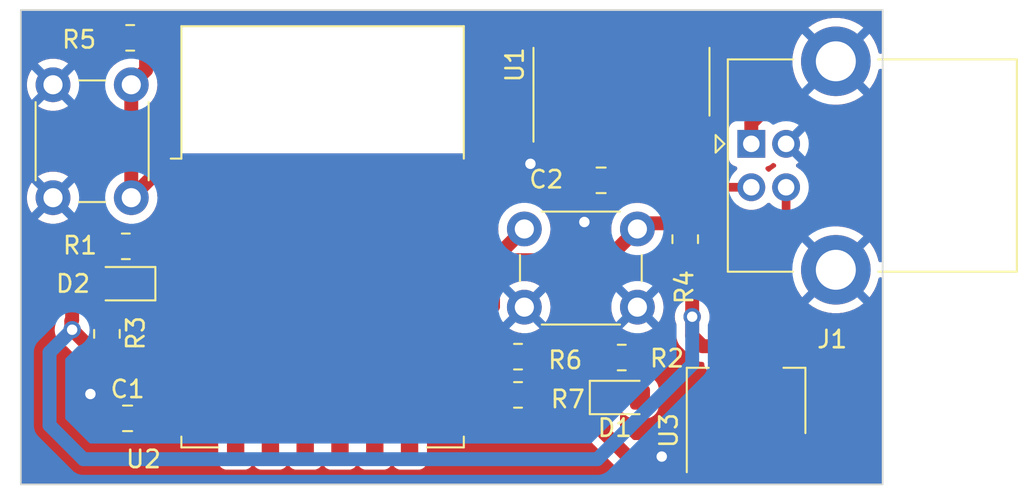
<source format=kicad_pcb>
(kicad_pcb (version 20221018) (generator pcbnew)
  (title_block (title "Minimal ESP12-F Module") (date "2023-10-09") (rev "v0") (company "Achmadi ST MT"))
  (layers (0 "F.Cu" signal) (31 "B.Cu" signal) (34 "B.Paste" user) (35 "F.Paste" user) (36 "B.SilkS" user "B.Silkscreen") (37 "F.SilkS" user "F.Silkscreen") (38 "B.Mask" user) (39 "F.Mask" user) (44 "Edge.Cuts" user))
  (net 0 "")
  (net 1 "GND")
  (net 2 "+3V3")
  (net 3 "Net-(U1-V3)")
  (net 4 "Net-(D1-A)")
  (net 5 "LED")
  (net 6 "Net-(D2-A)")
  (net 7 "+5V")
  (net 8 "Net-(J1-D-)")
  (net 9 "Net-(J1-D+)")
  (net 10 "EN")
  (net 11 "FLASH")
  (net 12 "RESET")
  (net 13 "P2")
  (net 14 "P15")
  (net 15 "RXD")
  (net 16 "TXD")
  (footprint "RF_Module:ESP-12E" (layer "F.Cu") (at 89.3 60.1)
    (fp_text reference "U2" (at -10.3 12.8) (layer "F.SilkS"))
    (fp_text value "ESP-12F")
    (fp_line (start -8.12 -12.12) (end 8.12 -12.12) (stroke (width 0.12)) (layer "F.SilkS"))
    (fp_line (start -8.12 -4.5) (end -8.73 -4.5) (stroke (width 0.12)) (layer "F.SilkS"))
    (fp_line (start -8.12 -4.5) (end -8.12 -12.12) (stroke (width 0.12)) (layer "F.SilkS"))
    (fp_line (start -8.12 12.12) (end -8.12 11.5) (stroke (width 0.12)) (layer "F.SilkS"))
    (fp_line (start -6 12.12) (end -8.12 12.12) (stroke (width 0.12)) (layer "F.SilkS"))
    (fp_line (start 8.12 -12.12) (end 8.12 -4.5) (stroke (width 0.12)) (layer "F.SilkS"))
    (fp_line (start 8.12 11.5) (end 8.12 12.12) (stroke (width 0.12)) (layer "F.SilkS"))
    (fp_line (start 8.12 12.12) (end 6 12.12) (stroke (width 0.12)) (layer "F.SilkS"))
    (pad "1" smd rect (at -7.6 -3.5) (size 2.5 1) (layers "F.Cu" "F.Paste" "F.Mask") (net 12 "RESET"))
    (pad "2" smd rect (at -7.6 -1.5) (size 2.5 1) (layers "F.Cu" "F.Paste" "F.Mask"))
    (pad "3" smd rect (at -7.6 0.5) (size 2.5 1) (layers "F.Cu" "F.Paste" "F.Mask") (net 10 "EN"))
    (pad "4" smd rect (at -7.6 2.5) (size 2.5 1) (layers "F.Cu" "F.Paste" "F.Mask") (net 5 "LED"))
    (pad "5" smd rect (at -7.6 4.5) (size 2.5 1) (layers "F.Cu" "F.Paste" "F.Mask"))
    (pad "6" smd rect (at -7.6 6.5) (size 2.5 1) (layers "F.Cu" "F.Paste" "F.Mask"))
    (pad "7" smd rect (at -7.6 8.5) (size 2.5 1) (layers "F.Cu" "F.Paste" "F.Mask"))
    (pad "8" smd rect (at -7.6 10.5) (size 2.5 1) (layers "F.Cu" "F.Paste" "F.Mask") (net 2 "+3V3"))
    (pad "9" smd rect (at -5 12) (size 1 1.8) (layers "F.Cu" "F.Paste" "F.Mask"))
    (pad "10" smd rect (at -3 12) (size 1 1.8) (layers "F.Cu" "F.Paste" "F.Mask"))
    (pad "11" smd rect (at -1 12) (size 1 1.8) (layers "F.Cu" "F.Paste" "F.Mask"))
    (pad "12" smd rect (at 1 12) (size 1 1.8) (layers "F.Cu" "F.Paste" "F.Mask"))
    (pad "13" smd rect (at 3 12) (size 1 1.8) (layers "F.Cu" "F.Paste" "F.Mask"))
    (pad "14" smd rect (at 5 12) (size 1 1.8) (layers "F.Cu" "F.Paste" "F.Mask"))
    (pad "15" smd rect (at 7.6 10.5) (size 2.5 1) (layers "F.Cu" "F.Paste" "F.Mask") (net 1 "GND"))
    (pad "16" smd rect (at 7.6 8.5) (size 2.5 1) (layers "F.Cu" "F.Paste" "F.Mask") (net 14 "P15"))
    (pad "17" smd rect (at 7.6 6.5) (size 2.5 1) (layers "F.Cu" "F.Paste" "F.Mask") (net 13 "P2"))
    (pad "18" smd rect (at 7.6 4.5) (size 2.5 1) (layers "F.Cu" "F.Paste" "F.Mask") (net 11 "FLASH"))
    (pad "19" smd rect (at 7.6 2.5) (size 2.5 1) (layers "F.Cu" "F.Paste" "F.Mask"))
    (pad "20" smd rect (at 7.6 0.5) (size 2.5 1) (layers "F.Cu" "F.Paste" "F.Mask"))
    (pad "21" smd rect (at 7.6 -1.5) (size 2.5 1) (layers "F.Cu" "F.Paste" "F.Mask") (net 15 "RXD"))
    (pad "22" smd rect (at 7.6 -3.5) (size 2.5 1) (layers "F.Cu" "F.Paste" "F.Mask") (net 16 "TXD"))
    (zone (net 0) (net_name "") (layers "*.Cu") (connect_pads (clearance 0)) (min_thickness 0.254)
      (keepout (tracks not_allowed) (vias not_allowed) (pads not_allowed) (copperpour not_allowed) (footprints not_allowed))
      (fill (thermal_gap 0.508) (thermal_bridge_width 0.508))
      (polygon (pts (xy 81.18 55.3) (xy 97.42 55.3) (xy 97.42 47.98) (xy 81.18 47.98)))
    )
  )
  (footprint "Capacitor_SMD:C_0805_2012Metric_Pad1.18x1.45mm_HandSolder" (layer "F.Cu") (at 105.3125 56.85 180)
    (fp_text reference "C2" (at 3.15 0.05) (layer "F.SilkS"))
    (fp_text value "100nF")
    (fp_line (start -0.261252 -0.735) (end 0.261252 -0.735) (stroke (width 0.12)) (layer "F.SilkS"))
    (fp_line (start -0.261252 0.735) (end 0.261252 0.735) (stroke (width 0.12)) (layer "F.SilkS"))
    (pad "1" smd roundrect (at -1.0375 0 180) (size 1.175 1.45) (layers "F.Cu" "F.Paste" "F.Mask") (roundrect_rratio 0.212766) (net 1 "GND"))
    (pad "2" smd roundrect (at 1.0375 0 180) (size 1.175 1.45) (layers "F.Cu" "F.Paste" "F.Mask") (roundrect_rratio 0.212766) (net 3 "Net-(U1-V3)"))
  )
  (footprint "Resistor_SMD:R_0805_2012Metric" (layer "F.Cu") (at 76.9 65.6875 90)
    (fp_text reference "R3" (at 0.0375 1.65 90) (layer "F.SilkS"))
    (fp_text value "330")
    (fp_line (start -0.227064 -0.735) (end 0.227064 -0.735) (stroke (width 0.12)) (layer "F.SilkS"))
    (fp_line (start -0.227064 0.735) (end 0.227064 0.735) (stroke (width 0.12)) (layer "F.SilkS"))
    (pad "1" smd roundrect (at -0.9125 0 90) (size 1.025 1.4) (layers "F.Cu" "F.Paste" "F.Mask") (roundrect_rratio 0.243902) (net 2 "+3V3"))
    (pad "2" smd roundrect (at 0.9125 0 90) (size 1.025 1.4) (layers "F.Cu" "F.Paste" "F.Mask") (roundrect_rratio 0.243902) (net 6 "Net-(D2-A)"))
  )
  (footprint "Resistor_SMD:R_0805_2012Metric" (layer "F.Cu") (at 78.2375 48.65)
    (fp_text reference "R5" (at -2.9375 0.1) (layer "F.SilkS"))
    (fp_text value "10K")
    (fp_line (start -0.227064 -0.735) (end 0.227064 -0.735) (stroke (width 0.12)) (layer "F.SilkS"))
    (fp_line (start -0.227064 0.735) (end 0.227064 0.735) (stroke (width 0.12)) (layer "F.SilkS"))
    (pad "1" smd roundrect (at -0.9125 0) (size 1.025 1.4) (layers "F.Cu" "F.Paste" "F.Mask") (roundrect_rratio 0.243902) (net 2 "+3V3"))
    (pad "2" smd roundrect (at 0.9125 0) (size 1.025 1.4) (layers "F.Cu" "F.Paste" "F.Mask") (roundrect_rratio 0.243902) (net 12 "RESET"))
  )
  (footprint "Resistor_SMD:R_0805_2012Metric" (layer "F.Cu") (at 77.9875 60.65)
    (fp_text reference "R1" (at -2.6375 -0.05) (layer "F.SilkS"))
    (fp_text value "10K")
    (fp_line (start -0.227064 -0.735) (end 0.227064 -0.735) (stroke (width 0.12)) (layer "F.SilkS"))
    (fp_line (start -0.227064 0.735) (end 0.227064 0.735) (stroke (width 0.12)) (layer "F.SilkS"))
    (pad "1" smd roundrect (at -0.9125 0) (size 1.025 1.4) (layers "F.Cu" "F.Paste" "F.Mask") (roundrect_rratio 0.243902) (net 2 "+3V3"))
    (pad "2" smd roundrect (at 0.9125 0) (size 1.025 1.4) (layers "F.Cu" "F.Paste" "F.Mask") (roundrect_rratio 0.243902) (net 10 "EN"))
  )
  (footprint "Capacitor_SMD:C_0805_2012Metric_Pad1.18x1.45mm_HandSolder" (layer "F.Cu") (at 78.0875 70.55)
    (fp_text reference "C1" (at 0 -1.68) (layer "F.SilkS"))
    (fp_text value "100nF")
    (fp_line (start -0.261252 -0.735) (end 0.261252 -0.735) (stroke (width 0.12)) (layer "F.SilkS"))
    (fp_line (start -0.261252 0.735) (end 0.261252 0.735) (stroke (width 0.12)) (layer "F.SilkS"))
    (pad "1" smd roundrect (at -1.0375 0) (size 1.175 1.45) (layers "F.Cu" "F.Paste" "F.Mask") (roundrect_rratio 0.212766) (net 1 "GND"))
    (pad "2" smd roundrect (at 1.0375 0) (size 1.175 1.45) (layers "F.Cu" "F.Paste" "F.Mask") (roundrect_rratio 0.212766) (net 2 "+3V3"))
  )
  (footprint "Resistor_SMD:R_0805_2012Metric" (layer "F.Cu") (at 110.15 60.2375 90)
    (fp_text reference "R4" (at -2.7625 -0.05 90) (layer "F.SilkS"))
    (fp_text value "10K")
    (fp_line (start -0.227064 -0.735) (end 0.227064 -0.735) (stroke (width 0.12)) (layer "F.SilkS"))
    (fp_line (start -0.227064 0.735) (end 0.227064 0.735) (stroke (width 0.12)) (layer "F.SilkS"))
    (pad "1" smd roundrect (at -0.9125 0 90) (size 1.025 1.4) (layers "F.Cu" "F.Paste" "F.Mask") (roundrect_rratio 0.243902) (net 2 "+3V3"))
    (pad "2" smd roundrect (at 0.9125 0 90) (size 1.025 1.4) (layers "F.Cu" "F.Paste" "F.Mask") (roundrect_rratio 0.243902) (net 11 "FLASH"))
  )
  (footprint "Button_Switch_THT:SW_PUSH_6mm" (layer "F.Cu") (at 78.3 51.35 -90)
    (fp_text reference "SW2" hide)
    (fp_text value "SW_Push")
    (fp_line (start -0.25 1.5) (end -0.25 3) (stroke (width 0.12)) (layer "F.SilkS"))
    (fp_line (start 1 5.5) (end 5.5 5.5) (stroke (width 0.12)) (layer "F.SilkS"))
    (fp_line (start 5.5 -1) (end 1 -1) (stroke (width 0.12)) (layer "F.SilkS"))
    (fp_line (start 6.75 3) (end 6.75 1.5) (stroke (width 0.12)) (layer "F.SilkS"))
    (pad "1" thru_hole circle (at 0 0) (size 2 2) (drill 1.1) (layers "*.Cu" "*.Mask") (net 12 "RESET"))
    (pad "1" thru_hole circle (at 6.5 0) (size 2 2) (drill 1.1) (layers "*.Cu" "*.Mask") (net 12 "RESET"))
    (pad "2" thru_hole circle (at 0 4.5) (size 2 2) (drill 1.1) (layers "*.Cu" "*.Mask") (net 1 "GND"))
    (pad "2" thru_hole circle (at 6.5 4.5) (size 2 2) (drill 1.1) (layers "*.Cu" "*.Mask") (net 1 "GND"))
  )
  (footprint "Package_TO_SOT_SMD:SOT-223-3_TabPin2" (layer "F.Cu") (at 113.65 69.55 90)
    (fp_text reference "U3" (at -1.7 -4.45 90) (layer "F.SilkS"))
    (fp_text value "AMS1117-3.3")
    (fp_line (start -4.1 -3.41) (end 1.91 -3.41) (stroke (width 0.12)) (layer "F.SilkS"))
    (fp_line (start -1.85 3.41) (end 1.91 3.41) (stroke (width 0.12)) (layer "F.SilkS"))
    (fp_line (start 1.91 -3.41) (end 1.91 -2.15) (stroke (width 0.12)) (layer "F.SilkS"))
    (fp_line (start 1.91 3.41) (end 1.91 2.15) (stroke (width 0.12)) (layer "F.SilkS"))
    (pad "1" smd rect (at -3.15 -2.3 90) (size 2 1.5) (layers "F.Cu" "F.Paste" "F.Mask") (net 1 "GND"))
    (pad "2" smd rect (at -3.15 0 90) (size 2 1.5) (layers "F.Cu" "F.Paste" "F.Mask") (net 2 "+3V3"))
    (pad "2" smd rect (at 3.15 0 90) (size 2 3.8) (layers "F.Cu" "F.Paste" "F.Mask") (net 2 "+3V3"))
    (pad "3" smd rect (at -3.15 2.3 90) (size 2 1.5) (layers "F.Cu" "F.Paste" "F.Mask") (net 7 "+5V"))
  )
  (footprint "Resistor_SMD:R_0805_2012Metric" (layer "F.Cu") (at 100.5375 69.2 180)
    (fp_text reference "R7" (at -2.8625 -0.25) (layer "F.SilkS"))
    (fp_text value "10K")
    (fp_line (start -0.227064 -0.735) (end 0.227064 -0.735) (stroke (width 0.12)) (layer "F.SilkS"))
    (fp_line (start -0.227064 0.735) (end 0.227064 0.735) (stroke (width 0.12)) (layer "F.SilkS"))
    (pad "1" smd roundrect (at -0.9125 0 180) (size 1.025 1.4) (layers "F.Cu" "F.Paste" "F.Mask") (roundrect_rratio 0.243902) (net 1 "GND"))
    (pad "2" smd roundrect (at 0.9125 0 180) (size 1.025 1.4) (layers "F.Cu" "F.Paste" "F.Mask") (roundrect_rratio 0.243902) (net 14 "P15"))
  )
  (footprint "Button_Switch_THT:SW_PUSH_6mm" (layer "F.Cu") (at 100.9 59.65)
    (fp_text reference "SW1" hide)
    (fp_text value "SW_Push")
    (fp_line (start -0.25 1.5) (end -0.25 3) (stroke (width 0.12)) (layer "F.SilkS"))
    (fp_line (start 1 5.5) (end 5.5 5.5) (stroke (width 0.12)) (layer "F.SilkS"))
    (fp_line (start 5.5 -1) (end 1 -1) (stroke (width 0.12)) (layer "F.SilkS"))
    (fp_line (start 6.75 3) (end 6.75 1.5) (stroke (width 0.12)) (layer "F.SilkS"))
    (pad "1" thru_hole circle (at 0 0 90) (size 2 2) (drill 1.1) (layers "*.Cu" "*.Mask") (net 11 "FLASH"))
    (pad "1" thru_hole circle (at 6.5 0 90) (size 2 2) (drill 1.1) (layers "*.Cu" "*.Mask") (net 11 "FLASH"))
    (pad "2" thru_hole circle (at 0 4.5 90) (size 2 2) (drill 1.1) (layers "*.Cu" "*.Mask") (net 1 "GND"))
    (pad "2" thru_hole circle (at 6.5 4.5 90) (size 2 2) (drill 1.1) (layers "*.Cu" "*.Mask") (net 1 "GND"))
  )
  (footprint "Resistor_SMD:R_0805_2012Metric" (layer "F.Cu") (at 100.5375 67 180)
    (fp_text reference "R6" (at -2.7125 -0.2) (layer "F.SilkS"))
    (fp_text value "10K")
    (fp_line (start -0.227064 -0.735) (end 0.227064 -0.735) (stroke (width 0.12)) (layer "F.SilkS"))
    (fp_line (start -0.227064 0.735) (end 0.227064 0.735) (stroke (width 0.12)) (layer "F.SilkS"))
    (pad "1" smd roundrect (at -0.9125 0 180) (size 1.025 1.4) (layers "F.Cu" "F.Paste" "F.Mask") (roundrect_rratio 0.243902) (net 2 "+3V3"))
    (pad "2" smd roundrect (at 0.9125 0 180) (size 1.025 1.4) (layers "F.Cu" "F.Paste" "F.Mask") (roundrect_rratio 0.243902) (net 13 "P2"))
  )
  (footprint "Connector_USB:USB_B_Lumberg_2411_02_Horizontal" (layer "F.Cu") (at 113.95 54.75)
    (fp_text reference "J1" (at 4.65 11.25) (layer "F.SilkS"))
    (fp_text value "USB_B")
    (fp_line (start -2.05 -0.5) (end -2.05 0.5) (stroke (width 0.12)) (layer "F.SilkS"))
    (fp_line (start -2.05 0.5) (end -1.55 0) (stroke (width 0.12)) (layer "F.SilkS"))
    (fp_line (start -1.55 0) (end -2.05 -0.5) (stroke (width 0.12)) (layer "F.SilkS"))
    (fp_line (start -1.35 -4.86) (end 2.4 -4.86) (stroke (width 0.12)) (layer "F.SilkS"))
    (fp_line (start -1.35 7.36) (end -1.35 -4.86) (stroke (width 0.12)) (layer "F.SilkS"))
    (fp_line (start -1.35 7.36) (end 2.4 7.36) (stroke (width 0.12)) (layer "F.SilkS"))
    (fp_line (start 15.27 -4.86) (end 7.3 -4.86) (stroke (width 0.12)) (layer "F.SilkS"))
    (fp_line (start 15.27 7.36) (end 7.3 7.36) (stroke (width 0.12)) (layer "F.SilkS"))
    (fp_line (start 15.27 7.36) (end 15.27 -4.86) (stroke (width 0.12)) (layer "F.SilkS"))
    (pad "1" thru_hole rect (at 0 0 90) (size 1.6 1.6) (drill 0.95) (layers "*.Cu" "*.Mask") (net 7 "+5V"))
    (pad "2" thru_hole circle (at 0 2.5 90) (size 1.6 1.6) (drill 0.95) (layers "*.Cu" "*.Mask") (net 8 "Net-(J1-D-)"))
    (pad "3" thru_hole circle (at 2 2.5 90) (size 1.6 1.6) (drill 0.95) (layers "*.Cu" "*.Mask") (net 9 "Net-(J1-D+)"))
    (pad "4" thru_hole circle (at 2 0 90) (size 1.6 1.6) (drill 0.95) (layers "*.Cu" "*.Mask") (net 1 "GND"))
    (pad "5" thru_hole circle (at 4.86 -4.75 90) (size 4 4) (drill 2.3) (layers "*.Cu" "*.Mask") (net 1 "GND"))
    (pad "5" thru_hole circle (at 4.86 7.25 90) (size 4 4) (drill 2.3) (layers "*.Cu" "*.Mask") (net 1 "GND"))
  )
  (footprint "Package_SO:SOIC-16_3.9x9.9mm_P1.27mm" (layer "F.Cu") (at 106.485 51.175 90)
    (fp_text reference "U1" (at 0.975 -6.135 90) (layer "F.SilkS"))
    (fp_text value "CH340C")
    (fp_line (start 0 -5.06) (end -3.45 -5.06) (stroke (width 0.12)) (layer "F.SilkS"))
    (fp_line (start 0 -5.06) (end 1.95 -5.06) (stroke (width 0.12)) (layer "F.SilkS"))
    (fp_line (start 0 5.06) (end -1.95 5.06) (stroke (width 0.12)) (layer "F.SilkS"))
    (fp_line (start 0 5.06) (end 1.95 5.06) (stroke (width 0.12)) (layer "F.SilkS"))
    (pad "1" smd roundrect (at -2.475 -4.445 90) (size 1.95 0.6) (layers "F.Cu" "F.Paste" "F.Mask") (net 1 "GND"))
    (pad "2" smd roundrect (at -2.475 -3.175 90) (size 1.95 0.6) (layers "F.Cu" "F.Paste" "F.Mask") (net 15 "RXD"))
    (pad "3" smd roundrect (at -2.475 -1.905 90) (size 1.95 0.6) (layers "F.Cu" "F.Paste" "F.Mask") (net 16 "TXD"))
    (pad "4" smd roundrect (at -2.475 -0.635 90) (size 1.95 0.6) (layers "F.Cu" "F.Paste" "F.Mask") (net 3 "Net-(U1-V3)"))
    (pad "5" smd roundrect (at -2.475 0.635 90) (size 1.95 0.6) (layers "F.Cu" "F.Paste" "F.Mask") (net 9 "Net-(J1-D+)"))
    (pad "6" smd roundrect (at -2.475 1.905 90) (size 1.95 0.6) (layers "F.Cu" "F.Paste" "F.Mask") (net 8 "Net-(J1-D-)"))
    (pad "7" smd roundrect (at -2.475 3.175 90) (size 1.95 0.6) (layers "F.Cu" "F.Paste" "F.Mask"))
    (pad "8" smd roundrect (at -2.475 4.445 90) (size 1.95 0.6) (layers "F.Cu" "F.Paste" "F.Mask"))
    (pad "9" smd roundrect (at 2.475 4.445 90) (size 1.95 0.6) (layers "F.Cu" "F.Paste" "F.Mask"))
    (pad "10" smd roundrect (at 2.475 3.175 90) (size 1.95 0.6) (layers "F.Cu" "F.Paste" "F.Mask"))
    (pad "11" smd roundrect (at 2.475 1.905 90) (size 1.95 0.6) (layers "F.Cu" "F.Paste" "F.Mask"))
    (pad "12" smd roundrect (at 2.475 0.635 90) (size 1.95 0.6) (layers "F.Cu" "F.Paste" "F.Mask"))
    (pad "13" smd roundrect (at 2.475 -0.635 90) (size 1.95 0.6) (layers "F.Cu" "F.Paste" "F.Mask"))
    (pad "14" smd roundrect (at 2.475 -1.905 90) (size 1.95 0.6) (layers "F.Cu" "F.Paste" "F.Mask"))
    (pad "15" smd roundrect (at 2.475 -3.175 90) (size 1.95 0.6) (layers "F.Cu" "F.Paste" "F.Mask"))
    (pad "16" smd roundrect (at 2.475 -4.445 90) (size 1.95 0.6) (layers "F.Cu" "F.Paste" "F.Mask") (net 7 "+5V"))
  )
  (footprint "Resistor_SMD:R_0805_2012Metric" (layer "F.Cu") (at 106.5 67.05)
    (fp_text reference "R2" (at 2.6 0.05) (layer "F.SilkS"))
    (fp_text value "330")
    (fp_line (start -0.227064 -0.735) (end 0.227064 -0.735) (stroke (width 0.12)) (layer "F.SilkS"))
    (fp_line (start -0.227064 0.735) (end 0.227064 0.735) (stroke (width 0.12)) (layer "F.SilkS"))
    (pad "1" smd roundrect (at -0.9125 0) (size 1.025 1.4) (layers "F.Cu" "F.Paste" "F.Mask") (roundrect_rratio 0.243902) (net 2 "+3V3"))
    (pad "2" smd roundrect (at 0.9125 0) (size 1.025 1.4) (layers "F.Cu" "F.Paste" "F.Mask") (roundrect_rratio 0.243902) (net 4 "Net-(D1-A)"))
  )
  (footprint "LED_SMD:LED_0805_2012Metric_Pad1.15x1.40mm_HandSolder" (layer "F.Cu") (at 106.525 69.35)
    (fp_text reference "D1" (at -0.425 1.75) (layer "F.SilkS"))
    (fp_text value "MERAH")
    (fp_line (start -1.86 -0.96) (end -1.86 0.96) (stroke (width 0.12)) (layer "F.SilkS"))
    (fp_line (start -1.86 0.96) (end 1 0.96) (stroke (width 0.12)) (layer "F.SilkS"))
    (fp_line (start 1 -0.96) (end -1.86 -0.96) (stroke (width 0.12)) (layer "F.SilkS"))
    (pad "1" smd roundrect (at -1.025 0) (size 1.15 1.4) (layers "F.Cu" "F.Paste" "F.Mask") (roundrect_rratio 0.217391) (net 1 "GND"))
    (pad "2" smd roundrect (at 1.025 0) (size 1.15 1.4) (layers "F.Cu" "F.Paste" "F.Mask") (roundrect_rratio 0.217391) (net 4 "Net-(D1-A)"))
  )
  (footprint "LED_SMD:LED_0805_2012Metric_Pad1.15x1.40mm_HandSolder" (layer "F.Cu") (at 77.825 62.8 180)
    (fp_text reference "D2" (at 2.875 0) (layer "F.SilkS"))
    (fp_text value "HIJAU")
    (fp_line (start -1.86 -0.96) (end -1.86 0.96) (stroke (width 0.12)) (layer "F.SilkS"))
    (fp_line (start -1.86 0.96) (end 1 0.96) (stroke (width 0.12)) (layer "F.SilkS"))
    (fp_line (start 1 -0.96) (end -1.86 -0.96) (stroke (width 0.12)) (layer "F.SilkS"))
    (pad "1" smd roundrect (at -1.025 0 180) (size 1.15 1.4) (layers "F.Cu" "F.Paste" "F.Mask") (roundrect_rratio 0.217391) (net 5 "LED"))
    (pad "2" smd roundrect (at 1.025 0 180) (size 1.15 1.4) (layers "F.Cu" "F.Paste" "F.Mask") (roundrect_rratio 0.217391) (net 6 "Net-(D2-A)"))
  )
  (gr_rect (start 71.95 47.05) (end 121.5 74.35) (stroke (width 0.1)) (fill none) (layer "Edge.Cuts"))
  (segment (start 106.35 56.85) (end 106.35 57.25) (width 0.8) (layer "F.Cu") (net 1))
  (segment (start 102.04 55.11) (end 101.25 55.9) (width 0.5) (layer "F.Cu") (net 1))
  (segment (start 106.85 72.75) (end 108.8 72.75) (width 0.8) (layer "F.Cu") (net 1))
  (segment (start 77.05 70.55) (end 77.05 70.25) (width 0.8) (layer "F.Cu") (net 1))
  (segment (start 102.04 53.65) (end 102.04 55.11) (width 0.5) (layer "F.Cu") (net 1))
  (segment (start 101.15 70.6) (end 101.45 70.3) (width 0.8) (layer "F.Cu") (net 1))
  (segment (start 101.45 70.3) (end 101.45 69.2) (width 0.8) (layer "F.Cu") (net 1))
  (segment (start 111.35 72.7) (end 106.8 72.7) (width 0.8) (layer "F.Cu") (net 1))
  (segment (start 106.35 57.25) (end 104.35 59.25) (width 0.8) (layer "F.Cu") (net 1))
  (segment (start 106.8 72.7) (end 105.5 71.4) (width 0.8) (layer "F.Cu") (net 1))
  (segment (start 77.05 70.25) (end 75.95 69.15) (width 0.8) (layer "F.Cu") (net 1))
  (segment (start 106.8 72.7) (end 106.85 72.75) (width 0.8) (layer "F.Cu") (net 1))
  (segment (start 105.5 69.35) (end 101.6 69.35) (width 0.8) (layer "F.Cu") (net 1))
  (segment (start 105.5 71.4) (end 105.5 69.35) (width 0.8) (layer "F.Cu") (net 1))
  (segment (start 101.6 69.35) (end 101.45 69.2) (width 0.8) (layer "F.Cu") (net 1))
  (segment (start 96.9 70.6) (end 101.15 70.6) (width 0.8) (layer "F.Cu") (net 1))
  (via (at 108.8 72.75) (size 1) (drill 0.6) (layers "F.Cu" "B.Cu") (net 1))
  (via (at 104.35 59.25) (size 1) (drill 0.6) (layers "F.Cu" "B.Cu") (net 1))
  (via (at 101.25 55.9) (size 1) (drill 0.6) (layers "F.Cu" "B.Cu") (net 1))
  (via (at 75.95 69.15) (size 1) (drill 0.6) (layers "F.Cu" "B.Cu") (net 1))
  (segment (start 74.9 61.55) (end 74.9 64.9) (width 0.8) (layer "F.Cu") (net 2))
  (segment (start 76.05 60.4) (end 76.3 60.65) (width 0.8) (layer "F.Cu") (net 2))
  (segment (start 74.85 64.95) (end 74.85 65.4) (width 0.8) (layer "F.Cu") (net 2))
  (segment (start 81.7 70.6) (end 79.175 70.6) (width 0.8) (layer "F.Cu") (net 2))
  (segment (start 76.05 49.8) (end 76.05 60.4) (width 0.8) (layer "F.Cu") (net 2))
  (segment (start 103.65 64.95) (end 103.65 67.05) (width 0.5) (layer "F.Cu") (net 2))
  (segment (start 76.05 66.6) (end 76.9 66.6) (width 0.8) (layer "F.Cu") (net 2))
  (segment (start 110.15 61.15) (end 110.55 61.55) (width 0.8) (layer "F.Cu") (net 2))
  (segment (start 110.55 65.8) (end 110.55 64.7) (width 0.8) (layer "F.Cu") (net 2))
  (segment (start 103.65 67.05) (end 101.5 67.05) (width 0.8) (layer "F.Cu") (net 2))
  (segment (start 106.5 62.1) (end 103.65 64.95) (width 0.5) (layer "F.Cu") (net 2))
  (segment (start 79.125 67.775) (end 79.125 70.55) (width 0.8) (layer "F.Cu") (net 2))
  (segment (start 74.85 65.4) (end 74.9 65.45) (width 0.8) (layer "F.Cu") (net 2))
  (segment (start 110.15 61.15) (end 109 61.15) (width 0.5) (layer "F.Cu") (net 2))
  (segment (start 105.5875 67.05) (end 103.65 67.05) (width 0.8) (layer "F.Cu") (net 2))
  (segment (start 74.9 64.9) (end 74.85 64.95) (width 0.8) (layer "F.Cu") (net 2))
  (segment (start 108.05 62.1) (end 106.5 62.1) (width 0.5) (layer "F.Cu") (net 2))
  (segment (start 77.2 48.65) (end 76.05 49.8) (width 0.8) (layer "F.Cu") (net 2))
  (segment (start 79.175 70.6) (end 79.125 70.55) (width 0.8) (layer "F.Cu") (net 2))
  (segment (start 101.5 67.05) (end 101.45 67) (width 0.8) (layer "F.Cu") (net 2))
  (segment (start 113.65 66.4) (end 111.15 66.4) (width 0.8) (layer "F.Cu") (net 2))
  (segment (start 109 61.15) (end 108.05 62.1) (width 0.5) (layer "F.Cu") (net 2))
  (segment (start 110.55 61.55) (end 110.55 64.7) (width 0.8) (layer "F.Cu") (net 2))
  (segment (start 111.15 66.4) (end 110.55 65.8) (width 0.8) (layer "F.Cu") (net 2))
  (segment (start 74.9 65.45) (end 76.05 66.6) (width 0.8) (layer "F.Cu") (net 2))
  (segment (start 77.325 48.65) (end 77.2 48.65) (width 0.8) (layer "F.Cu") (net 2))
  (segment (start 75.8 60.65) (end 74.9 61.55) (width 0.8) (layer "F.Cu") (net 2))
  (segment (start 77.075 60.65) (end 76.3 60.65) (width 0.8) (layer "F.Cu") (net 2))
  (segment (start 113.65 66.4) (end 113.65 72.7) (width 0.8) (layer "F.Cu") (net 2))
  (segment (start 76.3 60.65) (end 75.8 60.65) (width 0.8) (layer "F.Cu") (net 2))
  (segment (start 76.9 66.6) (end 77.95 66.6) (width 0.8) (layer "F.Cu") (net 2))
  (segment (start 77.95 66.6) (end 79.125 67.775) (width 0.8) (layer "F.Cu") (net 2))
  (via (at 74.9 65.45) (size 1) (drill 0.6) (layers "F.Cu" "B.Cu") (net 2))
  (via (at 110.55 64.7) (size 1) (drill 0.6) (layers "F.Cu" "B.Cu") (net 2))
  (segment (start 75.55 72.9) (end 73.6 70.95) (width 0.8) (layer "B.Cu") (net 2))
  (segment (start 110.55 64.7) (end 110.55 67.45) (width 0.8) (layer "B.Cu") (net 2))
  (segment (start 110.55 67.45) (end 105.1 72.9) (width 0.8) (layer "B.Cu") (net 2))
  (segment (start 105.1 72.9) (end 75.55 72.9) (width 0.8) (layer "B.Cu") (net 2))
  (segment (start 73.6 70.95) (end 73.6 66.75) (width 0.8) (layer "B.Cu") (net 2))
  (segment (start 73.6 66.75) (end 74.9 65.45) (width 0.8) (layer "B.Cu") (net 2))
  (segment (start 105.85 55.05) (end 104.275 56.625) (width 0.5) (layer "F.Cu") (net 3))
  (segment (start 105.85 53.65) (end 105.85 55.05) (width 0.5) (layer "F.Cu") (net 3))
  (segment (start 104.275 56.625) (end 104.275 56.85) (width 0.5) (layer "F.Cu") (net 3))
  (segment (start 107.4125 69.2125) (end 107.55 69.35) (width 0.8) (layer "F.Cu") (net 4))
  (segment (start 107.4125 67.05) (end 107.4125 69.2125) (width 0.8) (layer "F.Cu") (net 4))
  (segment (start 79.05 62.6) (end 78.85 62.8) (width 0.8) (layer "F.Cu") (net 5))
  (segment (start 81.7 62.6) (end 79.05 62.6) (width 0.8) (layer "F.Cu") (net 5))
  (segment (start 76.8 62.8) (end 76.8 64.675) (width 0.8) (layer "F.Cu") (net 6))
  (segment (start 76.8 64.675) (end 76.9 64.775) (width 0.8) (layer "F.Cu") (net 6))
  (segment (start 113.95 53.25) (end 113.95 54.75) (width 0.5) (layer "F.Cu") (net 7))
  (segment (start 113.95 54.75) (end 113.95 53.55) (width 0.8) (layer "F.Cu") (net 7))
  (segment (start 117.95 53.45) (end 117.95 58.6) (width 0.8) (layer "F.Cu") (net 7))
  (segment (start 113.95 53.55) (end 114.9 52.6) (width 0.8) (layer "F.Cu") (net 7))
  (segment (start 117.1 52.6) (end 117.95 53.45) (width 0.8) (layer "F.Cu") (net 7))
  (segment (start 102.04 48.7) (end 102.04 50.29) (width 0.5) (layer "F.Cu") (net 7))
  (segment (start 117.95 58.6) (end 115.5 61.05) (width 0.8) (layer "F.Cu") (net 7))
  (segment (start 116.6 72.05) (end 115.95 72.7) (width 0.8) (layer "F.Cu") (net 7))
  (segment (start 115.5 63.9) (end 116.6 65) (width 0.8) (layer "F.Cu") (net 7))
  (segment (start 111.4 50.7) (end 113.95 53.25) (width 0.5) (layer "F.Cu") (net 7))
  (segment (start 102.04 50.29) (end 102.45 50.7) (width 0.5) (layer "F.Cu") (net 7))
  (segment (start 114.9 52.6) (end 117.1 52.6) (width 0.8) (layer "F.Cu") (net 7))
  (segment (start 116.6 65) (end 116.6 72.05) (width 0.8) (layer "F.Cu") (net 7))
  (segment (start 102.45 50.7) (end 111.4 50.7) (width 0.5) (layer "F.Cu") (net 7))
  (segment (start 115.5 61.05) (end 115.5 63.9) (width 0.8) (layer "F.Cu") (net 7))
  (segment (start 108.39 54.99) (end 108.39 53.65) (width 0.5) (layer "F.Cu") (net 8))
  (segment (start 111.2 56.3) (end 109.7 56.3) (width 0.5) (layer "F.Cu") (net 8))
  (segment (start 109.7 56.3) (end 108.39 54.99) (width 0.5) (layer "F.Cu") (net 8))
  (segment (start 113.95 57.25) (end 112.15 57.25) (width 0.5) (layer "F.Cu") (net 8))
  (segment (start 112.15 57.25) (end 111.2 56.3) (width 0.5) (layer "F.Cu") (net 8))
  (segment (start 108.35 57.35) (end 108.75 57.75) (width 0.5) (layer "F.Cu") (net 9))
  (segment (start 111.2 57.75) (end 113.15 59.7) (width 0.5) (layer "F.Cu") (net 9))
  (segment (start 115.3 59.7) (end 115.95 59.05) (width 0.5) (layer "F.Cu") (net 9))
  (segment (start 107.12 53.65) (end 107.12 55.12) (width 0.5) (layer "F.Cu") (net 9))
  (segment (start 107.12 55.12) (end 108.35 56.35) (width 0.5) (layer "F.Cu") (net 9))
  (segment (start 108.75 57.75) (end 111.2 57.75) (width 0.5) (layer "F.Cu") (net 9))
  (segment (start 113.15 59.7) (end 115.3 59.7) (width 0.5) (layer "F.Cu") (net 9))
  (segment (start 115.95 59.05) (end 115.95 57.25) (width 0.5) (layer "F.Cu") (net 9))
  (segment (start 108.35 56.35) (end 108.35 57.35) (width 0.5) (layer "F.Cu") (net 9))
  (segment (start 78.95 60.6) (end 78.9 60.65) (width 0.8) (layer "F.Cu") (net 10))
  (segment (start 81.7 60.6) (end 78.95 60.6) (width 0.8) (layer "F.Cu") (net 10))
  (segment (start 98.6 64.6) (end 99.1 64.1) (width 0.8) (layer "F.Cu") (net 11))
  (segment (start 99.1 61.45) (end 105.6 61.45) (width 0.8) (layer "F.Cu") (net 11))
  (segment (start 99.1 61.45) (end 100.9 59.65) (width 0.8) (layer "F.Cu") (net 11))
  (segment (start 99.1 64.1) (end 99.1 61.45) (width 0.8) (layer "F.Cu") (net 11))
  (segment (start 110.15 59.325) (end 107.725 59.325) (width 0.8) (layer "F.Cu") (net 11))
  (segment (start 107.725 59.325) (end 107.4 59.65) (width 0.8) (layer "F.Cu") (net 11))
  (segment (start 96.9 64.6) (end 98.6 64.6) (width 0.8) (layer "F.Cu") (net 11))
  (segment (start 105.6 61.45) (end 107.4 59.65) (width 0.8) (layer "F.Cu") (net 11))
  (segment (start 81.7 56.6) (end 79.55 56.6) (width 0.8) (layer "F.Cu") (net 12))
  (segment (start 79.15 50.5) (end 78.3 51.35) (width 0.8) (layer "F.Cu") (net 12))
  (segment (start 79.15 48.65) (end 79.15 50.5) (width 0.8) (layer "F.Cu") (net 12))
  (segment (start 78.3 51.35) (end 78.3 57.85) (width 0.8) (layer "F.Cu") (net 12))
  (segment (start 79.55 56.6) (end 78.3 57.85) (width 0.8) (layer "F.Cu") (net 12))
  (segment (start 99.225 66.6) (end 99.625 67) (width 0.8) (layer "F.Cu") (net 13))
  (segment (start 96.9 66.6) (end 99.225 66.6) (width 0.8) (layer "F.Cu") (net 13))
  (segment (start 99.025 68.6) (end 99.625 69.2) (width 0.8) (layer "F.Cu") (net 14))
  (segment (start 96.9 68.6) (end 99.025 68.6) (width 0.8) (layer "F.Cu") (net 14))
  (segment (start 102.55 56.1) (end 102.55 57.3) (width 0.5) (layer "F.Cu") (net 15))
  (segment (start 102.55 57.3) (end 102.25 57.6) (width 0.5) (layer "F.Cu") (net 15))
  (segment (start 103.31 55.34) (end 102.55 56.1) (width 0.5) (layer "F.Cu") (net 15))
  (segment (start 99.1 58.6) (end 96.9 58.6) (width 0.5) (layer "F.Cu") (net 15))
  (segment (start 103.31 53.65) (end 103.31 55.34) (width 0.5) (layer "F.Cu") (net 15))
  (segment (start 102.25 57.6) (end 100.1 57.6) (width 0.5) (layer "F.Cu") (net 15))
  (segment (start 100.1 57.6) (end 99.1 58.6) (width 0.5) (layer "F.Cu") (net 15))
  (segment (start 98.95 56.6) (end 100.35 55.2) (width 0.5) (layer "F.Cu") (net 16))
  (segment (start 100.35 52.4) (end 101 51.75) (width 0.5) (layer "F.Cu") (net 16))
  (segment (start 104.58 52.48) (end 104.58 53.65) (width 0.5) (layer "F.Cu") (net 16))
  (segment (start 101 51.75) (end 103.85 51.75) (width 0.5) (layer "F.Cu") (net 16))
  (segment (start 100.35 55.2) (end 100.35 52.4) (width 0.5) (layer "F.Cu") (net 16))
  (segment (start 103.85 51.75) (end 104.58 52.48) (width 0.5) (layer "F.Cu") (net 16))
  (segment (start 96.9 56.6) (end 98.95 56.6) (width 0.5) (layer "F.Cu") (net 16))
  (zone (net 0) (net_name "") (layer "F.Cu") (priority 1) (connect_pads (clearance 0.5)) (min_thickness 0.25) (fill yes (thermal_gap 0.5) (thermal_bridge_width 0.5) (island_removal_mode 1) (island_area_min 10))
    (polygon (pts (xy 71.95 47.05) (xy 121.5 47.05) (xy 121.5 74.35) (xy 71.95 74.35)))
  )
  (zone (net 1) (net_name "GND") (layer "B.Cu") (connect_pads (clearance 0.5)) (min_thickness 0.25) (fill yes (thermal_gap 0.5) (thermal_bridge_width 0.5))
    (polygon (pts (xy 71.95 47.05) (xy 121.5 47.05) (xy 121.5 74.35) (xy 71.95 74.35)))
  )
)
</source>
